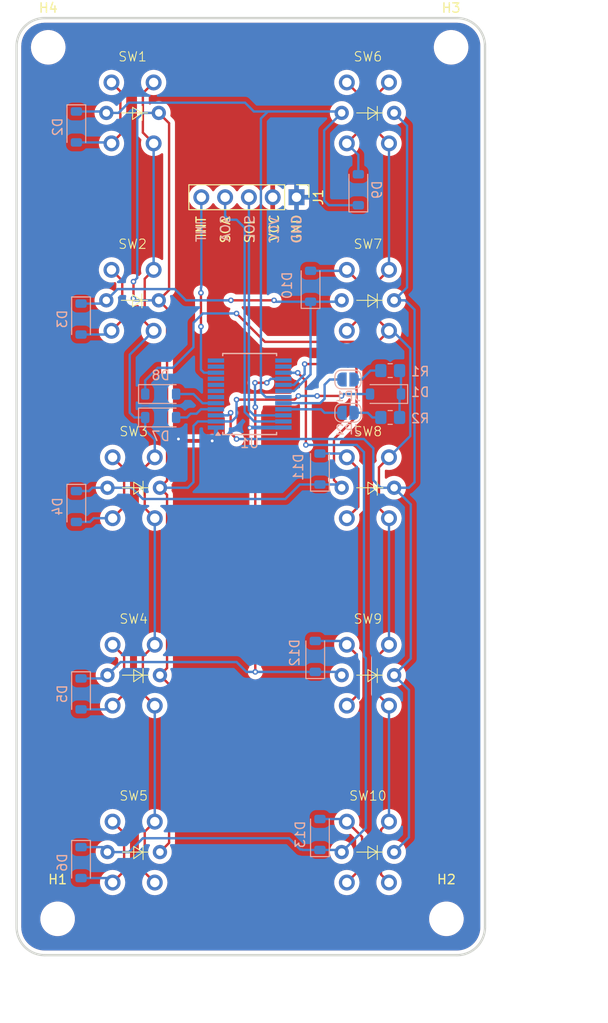
<source format=kicad_pcb>
(kicad_pcb (version 20240108) (generator "pcbnew") (generator_version "8.0")
  (layers (0 "F.Cu" signal) (31 "B.Cu" signal) (34 "B.Paste" user) (35 "F.Paste" user) (36 "B.SilkS" user "B.Silkscreen") (37 "F.SilkS" user "F.Silkscreen") (38 "B.Mask" user) (39 "F.Mask" user) (44 "Edge.Cuts" user))
  (net 0 "")
  (net 1 "GND")
  (net 2 "/COM-0")
  (net 3 "Net-(D1-K)")
  (net 4 "Net-(D2-A)")
  (net 5 "/R2")
  (net 6 "/R3")
  (net 7 "Net-(D3-A)")
  (net 8 "/R4")
  (net 9 "Net-(D4-A)")
  (net 10 "Net-(D5-A)")
  (net 11 "/R5")
  (net 12 "Net-(D6-A)")
  (net 13 "/R6")
  (net 14 "/KS-1")
  (net 15 "/COM-2")
  (net 16 "/COM-3")
  (net 17 "/KS-2")
  (net 18 "Net-(D9-A)")
  (net 19 "Net-(D10-A)")
  (net 20 "Net-(D11-A)")
  (net 21 "Net-(D12-A)")
  (net 22 "Net-(D13-A)")
  (net 23 "/SCA")
  (net 24 "/INT")
  (net 25 "VCC")
  (net 26 "/SCL")
  (net 27 "/R1")
  (net 28 "Net-(JP1-B)")
  (net 29 "/R0")
  (net 30 "Net-(JP2-B)")
  (net 31 "/COM-1")
  (footprint "led-sw:led switch" (layer "F.Cu") (at 107.6213 105)
    (property "Reference" "SW9" (at 0 -6 0) (layer "F.SilkS") (effects (font (thickness 0.1))))
    (property "Value" "DECK-SW9")
    (pad "1" thru_hole circle (at 2.25 -3.25) (size 1.7 1.7) (drill 1) (layers "*.Cu" "*.Mask") (net 17 "/KS-2"))
    (pad "1" thru_hole circle (at 2.25 3.25) (size 1.7 1.7) (drill 1) (layers "*.Cu" "*.Mask") (net 17 "/KS-2"))
    (pad "2" thru_hole circle (at -2.25 -3.25) (size 1.7 1.7) (drill 1) (layers "*.Cu" "*.Mask") (net 21 "Net-(D12-A)"))
    (pad "2" thru_hole circle (at -2.25 3.25) (size 1.7 1.7) (drill 1) (layers "*.Cu" "*.Mask") (net 21 "Net-(D12-A)"))
    (pad "3" thru_hole circle (at 2.8 0) (size 1.524 1.524) (drill 0.8) (layers "*.Cu" "*.Mask") (net 31 "/COM-1"))
    (pad "4" thru_hole circle (at -2.8 0) (size 1.524 1.524) (drill 0.8) (layers "*.Cu" "*.Mask") (net 11 "/R5"))
  )
  (footprint "led-sw:led switch" (layer "F.Cu") (at 82.6213 123.8787)
    (property "Reference" "SW5" (at 0 -6 0) (layer "F.SilkS") (effects (font (thickness 0.1))))
    (property "Value" "DECK-SW5")
    (pad "1" thru_hole circle (at 2.25 -3.25) (size 1.7 1.7) (drill 1) (layers "*.Cu" "*.Mask") (net 14 "/KS-1"))
    (pad "1" thru_hole circle (at 2.25 3.25) (size 1.7 1.7) (drill 1) (layers "*.Cu" "*.Mask") (net 14 "/KS-1"))
    (pad "2" thru_hole circle (at -2.25 -3.25) (size 1.7 1.7) (drill 1) (layers "*.Cu" "*.Mask") (net 12 "Net-(D6-A)"))
    (pad "2" thru_hole circle (at -2.25 3.25) (size 1.7 1.7) (drill 1) (layers "*.Cu" "*.Mask") (net 12 "Net-(D6-A)"))
    (pad "3" thru_hole circle (at 2.8 0) (size 1.524 1.524) (drill 0.8) (layers "*.Cu" "*.Mask") (net 2 "/COM-0"))
    (pad "4" thru_hole circle (at -2.8 0) (size 1.524 1.524) (drill 0.8) (layers "*.Cu" "*.Mask") (net 13 "/R6"))
  )
  (footprint "Connector_PinHeader_2.54mm:PinHeader_1x05_P2.54mm_Vertical" (layer "F.Cu") (at 100 54 -90)
    (property "Reference" "J1" (at 0 -2.33 90) (layer "F.SilkS"))
    (property "Value" "Conn_01x05")
    (pad "1" thru_hole rect (at 0 0 270) (size 1.7 1.7) (drill 1) (layers "*.Cu" "*.Mask") (net 1 "GND"))
    (pad "2" thru_hole oval (at 0 2.54 270) (size 1.7 1.7) (drill 1) (layers "*.Cu" "*.Mask") (net 25 "VCC"))
    (pad "3" thru_hole oval (at 0 5.08 270) (size 1.7 1.7) (drill 1) (layers "*.Cu" "*.Mask") (net 26 "/SCL"))
    (pad "4" thru_hole oval (at 0 7.62 270) (size 1.7 1.7) (drill 1) (layers "*.Cu" "*.Mask") (net 23 "/SCA"))
    (pad "5" thru_hole oval (at 0 10.16 270) (size 1.7 1.7) (drill 1) (layers "*.Cu" "*.Mask") (net 24 "/INT"))
  )
  (footprint "led-sw:led switch" (layer "F.Cu") (at 107.6213 85)
    (property "Reference" "SW8" (at 0 -6 0) (layer "F.SilkS") (effects (font (thickness 0.1))))
    (property "Value" "DECK-SW8")
    (pad "1" thru_hole circle (at 2.25 -3.25) (size 1.7 1.7) (drill 1) (layers "*.Cu" "*.Mask") (net 17 "/KS-2"))
    (pad "1" thru_hole circle (at 2.25 3.25) (size 1.7 1.7) (drill 1) (layers "*.Cu" "*.Mask") (net 17 "/KS-2"))
    (pad "2" thru_hole circle (at -2.25 -3.25) (size 1.7 1.7) (drill 1) (layers "*.Cu" "*.Mask") (net 20 "Net-(D11-A)"))
    (pad "2" thru_hole circle (at -2.25 3.25) (size 1.7 1.7) (drill 1) (layers "*.Cu" "*.Mask") (net 20 "Net-(D11-A)"))
    (pad "3" thru_hole circle (at 2.8 0) (size 1.524 1.524) (drill 0.8) (layers "*.Cu" "*.Mask") (net 31 "/COM-1"))
    (pad "4" thru_hole circle (at -2.8 0) (size 1.524 1.524) (drill 0.8) (layers "*.Cu" "*.Mask") (net 8 "/R4"))
  )
  (footprint "led-sw:led switch" (layer "F.Cu") (at 82.6213 105)
    (property "Reference" "SW4" (at 0 -6 0) (layer "F.SilkS") (effects (font (thickness 0.1))))
    (property "Value" "DECK-SW4")
    (pad "1" thru_hole circle (at 2.25 -3.25) (size 1.7 1.7) (drill 1) (layers "*.Cu" "*.Mask") (net 14 "/KS-1"))
    (pad "1" thru_hole circle (at 2.25 3.25) (size 1.7 1.7) (drill 1) (layers "*.Cu" "*.Mask") (net 14 "/KS-1"))
    (pad "2" thru_hole circle (at -2.25 -3.25) (size 1.7 1.7) (drill 1) (layers "*.Cu" "*.Mask") (net 10 "Net-(D5-A)"))
    (pad "2" thru_hole circle (at -2.25 3.25) (size 1.7 1.7) (drill 1) (layers "*.Cu" "*.Mask") (net 10 "Net-(D5-A)"))
    (pad "3" thru_hole circle (at 2.8 0) (size 1.524 1.524) (drill 0.8) (layers "*.Cu" "*.Mask") (net 2 "/COM-0"))
    (pad "4" thru_hole circle (at -2.8 0) (size 1.524 1.524) (drill 0.8) (layers "*.Cu" "*.Mask") (net 11 "/R5"))
  )
  (footprint "led-sw:led switch" (layer "F.Cu") (at 107.6213 65)
    (property "Reference" "SW7" (at 0 -6 0) (layer "F.SilkS") (effects (font (thickness 0.1))))
    (property "Value" "DECK-SW7")
    (pad "1" thru_hole circle (at 2.25 -3.25) (size 1.7 1.7) (drill 1) (layers "*.Cu" "*.Mask") (net 17 "/KS-2"))
    (pad "1" thru_hole circle (at 2.25 3.25) (size 1.7 1.7) (drill 1) (layers "*.Cu" "*.Mask") (net 17 "/KS-2"))
    (pad "2" thru_hole circle (at -2.25 -3.25) (size 1.7 1.7) (drill 1) (layers "*.Cu" "*.Mask") (net 19 "Net-(D10-A)"))
    (pad "2" thru_hole circle (at -2.25 3.25) (size 1.7 1.7) (drill 1) (layers "*.Cu" "*.Mask") (net 19 "Net-(D10-A)"))
    (pad "3" thru_hole circle (at 2.8 0) (size 1.524 1.524) (drill 0.8) (layers "*.Cu" "*.Mask") (net 31 "/COM-1"))
    (pad "4" thru_hole circle (at -2.8 0) (size 1.524 1.524) (drill 0.8) (layers "*.Cu" "*.Mask") (net 6 "/R3"))
  )
  (footprint "MountingHole:MountingHole_3.2mm_M3" (layer "F.Cu") (at 74.5 131)
    (property "Reference" "H1" (at 0 -4.2 0) (layer "F.SilkS"))
    (property "Value" "MountingHole")
    (pad "" np_thru_hole circle (at 0 0) (size 3.2 3.2) (drill 3.2) (layers "*.Cu" "*.Mask"))
  )
  (footprint "led-sw:led switch" (layer "F.Cu") (at 82.6213 85)
    (property "Reference" "SW3" (at 0 -6 0) (layer "F.SilkS") (effects (font (thickness 0.1))))
    (property "Value" "DECK-SW3")
    (pad "1" thru_hole circle (at 2.25 -3.25) (size 1.7 1.7) (drill 1) (layers "*.Cu" "*.Mask") (net 14 "/KS-1"))
    (pad "1" thru_hole circle (at 2.25 3.25) (size 1.7 1.7) (drill 1) (layers "*.Cu" "*.Mask") (net 14 "/KS-1"))
    (pad "2" thru_hole circle (at -2.25 -3.25) (size 1.7 1.7) (drill 1) (layers "*.Cu" "*.Mask") (net 9 "Net-(D4-A)"))
    (pad "2" thru_hole circle (at -2.25 3.25) (size 1.7 1.7) (drill 1) (layers "*.Cu" "*.Mask") (net 9 "Net-(D4-A)"))
    (pad "3" thru_hole circle (at 2.8 0) (size 1.524 1.524) (drill 0.8) (layers "*.Cu" "*.Mask") (net 2 "/COM-0"))
    (pad "4" thru_hole circle (at -2.8 0) (size 1.524 1.524) (drill 0.8) (layers "*.Cu" "*.Mask") (net 8 "/R4"))
  )
  (footprint "led-sw:led switch" (layer "F.Cu") (at 107.6213 123.8787)
    (property "Reference" "SW10" (at 0 -6 0) (layer "F.SilkS") (effects (font (thickness 0.1))))
    (property "Value" "DECK-SW10")
    (pad "1" thru_hole circle (at 2.25 -3.25) (size 1.7 1.7) (drill 1) (layers "*.Cu" "*.Mask") (net 17 "/KS-2"))
    (pad "1" thru_hole circle (at 2.25 3.25) (size 1.7 1.7) (drill 1) (layers "*.Cu" "*.Mask") (net 17 "/KS-2"))
    (pad "2" thru_hole circle (at -2.25 -3.25) (size 1.7 1.7) (drill 1) (layers "*.Cu" "*.Mask") (net 22 "Net-(D13-A)"))
    (pad "2" thru_hole circle (at -2.25 3.25) (size 1.7 1.7) (drill 1) (layers "*.Cu" "*.Mask") (net 22 "Net-(D13-A)"))
    (pad "3" thru_hole circle (at 2.8 0) (size 1.524 1.524) (drill 0.8) (layers "*.Cu" "*.Mask") (net 31 "/COM-1"))
    (pad "4" thru_hole circle (at -2.8 0) (size 1.524 1.524) (drill 0.8) (layers "*.Cu" "*.Mask") (net 13 "/R6"))
  )
  (footprint "led-sw:led switch" (layer "F.Cu") (at 82.5 45)
    (property "Reference" "SW1" (at 0 -6 0) (layer "F.SilkS") (effects (font (thickness 0.1))))
    (property "Value" "DECK-SW1")
    (pad "1" thru_hole circle (at 2.25 -3.25) (size 1.7 1.7) (drill 1) (layers "*.Cu" "*.Mask") (net 14 "/KS-1"))
    (pad "1" thru_hole circle (at 2.25 3.25) (size 1.7 1.7) (drill 1) (layers "*.Cu" "*.Mask") (net 14 "/KS-1"))
    (pad "2" thru_hole circle (at -2.25 -3.25) (size 1.7 1.7) (drill 1) (layers "*.Cu" "*.Mask") (net 4 "Net-(D2-A)"))
    (pad "2" thru_hole circle (at -2.25 3.25) (size 1.7 1.7) (drill 1) (layers "*.Cu" "*.Mask") (net 4 "Net-(D2-A)"))
    (pad "3" thru_hole circle (at 2.8 0) (size 1.524 1.524) (drill 0.8) (layers "*.Cu" "*.Mask") (net 2 "/COM-0"))
    (pad "4" thru_hole circle (at -2.8 0) (size 1.524 1.524) (drill 0.8) (layers "*.Cu" "*.Mask") (net 5 "/R2"))
  )
  (footprint "MountingHole:MountingHole_3.2mm_M3" (layer "F.Cu") (at 73.5 38)
    (property "Reference" "H4" (at 0 -4.2 0) (layer "F.SilkS"))
    (property "Value" "MountingHole")
    (pad "" np_thru_hole circle (at 0 0) (size 3.2 3.2) (drill 3.2) (layers "*.Cu" "*.Mask"))
  )
  (footprint "led-sw:led switch" (layer "F.Cu") (at 82.5 65)
    (property "Reference" "SW2" (at 0 -6 0) (layer "F.SilkS") (effects (font (thickness 0.1))))
    (property "Value" "DECK-SW2")
    (pad "1" thru_hole circle (at 2.25 -3.25) (size 1.7 1.7) (drill 1) (layers "*.Cu" "*.Mask") (net 14 "/KS-1"))
    (pad "1" thru_hole circle (at 2.25 3.25) (size 1.7 1.7) (drill 1) (layers "*.Cu" "*.Mask") (net 14 "/KS-1"))
    (pad "2" thru_hole circle (at -2.25 -3.25) (size 1.7 1.7) (drill 1) (layers "*.Cu" "*.Mask") (net 7 "Net-(D3-A)"))
    (pad "2" thru_hole circle (at -2.25 3.25) (size 1.7 1.7) (drill 1) (layers "*.Cu" "*.Mask") (net 7 "Net-(D3-A)"))
    (pad "3" thru_hole circle (at 2.8 0) (size 1.524 1.524) (drill 0.8) (layers "*.Cu" "*.Mask") (net 2 "/COM-0"))
    (pad "4" thru_hole circle (at -2.8 0) (size 1.524 1.524) (drill 0.8) (layers "*.Cu" "*.Mask") (net 6 "/R3"))
  )
  (footprint "MountingHole:MountingHole_3.2mm_M3" (layer "F.Cu") (at 116.5 38)
    (property "Reference" "H3" (at 0 -4.2 0) (layer "F.SilkS"))
    (property "Value" "MountingHole")
    (pad "" np_thru_hole circle (at 0 0) (size 3.2 3.2) (drill 3.2) (layers "*.Cu" "*.Mask"))
  )
  (footprint "led-sw:led switch" (layer "F.Cu") (at 107.6213 45)
    (property "Reference" "SW6" (at 0 -6 0) (layer "F.SilkS") (effects (font (thickness 0.1))))
    (property "Value" "DECK-SW6")
    (pad "1" thru_hole circle (at 2.25 -3.25) (size 1.7 1.7) (drill 1) (layers "*.Cu" "*.Mask") (net 17 "/KS-2"))
    (pad "1" thru_hole circle (at 2.25 3.25) (size 1.7 1.7) (drill 1) (layers "*.Cu" "*.Mask") (net 17 "/KS-2"))
    (pad "2" thru_hole circle (at -2.25 -3.25) (size 1.7 1.7) (drill 1) (layers "*.Cu" "*.Mask") (net 18 "Net-(D9-A)"))
    (pad "2" thru_hole circle (at -2.25 3.25) (size 1.7 1.7) (drill 1) (layers "*.Cu" "*.Mask") (net 18 "Net-(D9-A)"))
    (pad "3" thru_hole circle (at 2.8 0) (size 1.524 1.524) (drill 0.8) (layers "*.Cu" "*.Mask") (net 31 "/COM-1"))
    (pad "4" thru_hole circle (at -2.8 0) (size 1.524 1.524) (drill 0.8) (layers "*.Cu" "*.Mask") (net 5 "/R2"))
  )
  (footprint "MountingHole:MountingHole_3.2mm_M3" (layer "F.Cu") (at 116 131)
    (property "Reference" "H2" (at 0 -4.2 0) (layer "F.SilkS"))
    (property "Value" "MountingHole")
    (pad "" np_thru_hole circle (at 0 0) (size 3.2 3.2) (drill 3.2) (layers "*.Cu" "*.Mask"))
  )
  (footprint "Diode_SMD:D_SOD-123" (layer "B.Cu") (at 76.5 46.5 -90)
    (property "Reference" "D2" (at 0 2 90) (layer "B.SilkS") (effects (justify mirror)))
    (property "Value" "1N4148")
    (pad "1" smd roundrect (at -1.65 0 270) (size 0.9 1.2) (layers "B.Cu" "B.Paste" "B.Mask") (net 5 "/R2"))
    (pad "2" smd roundrect (at 1.65 0 270) (size 0.9 1.2) (layers "B.Cu" "B.Paste" "B.Mask") (net 4 "Net-(D2-A)"))
  )
  (footprint "Diode_SMD:D_SOD-123" (layer "B.Cu") (at 102.5 83 90)
    (property "Reference" "D11" (at 0.2 -2.3 90) (layer "B.SilkS") (effects (justify mirror)))
    (property "Value" "1N4148")
    (pad "1" smd roundrect (at -1.65 0 90) (size 0.9 1.2) (layers "B.Cu" "B.Paste" "B.Mask") (net 8 "/R4"))
    (pad "2" smd roundrect (at 1.65 0 90) (size 0.9 1.2) (layers "B.Cu" "B.Paste" "B.Mask") (net 20 "Net-(D11-A)"))
  )
  (footprint "Resistor_SMD:R_0805_2012Metric_Pad1.20x1.40mm_HandSolder" (layer "B.Cu") (at 110 72.5)
    (property "Reference" "R1" (at 3.2 0.1 0) (layer "B.SilkS") (effects (justify mirror)))
    (property "Value" "47K")
    (pad "1" smd roundrect (at -1 0) (size 1.2 1.4) (layers "B.Cu" "B.Paste" "B.Mask") (roundrect_rratio 0.208333) (net 28 "Net-(JP1-B)"))
    (pad "2" smd roundrect (at 1 0) (size 1.2 1.4) (layers "B.Cu" "B.Paste" "B.Mask") (roundrect_rratio 0.208333) (net 3 "Net-(D1-K)"))
  )
  (footprint "Diode_SMD:D_SOD-123" (layer "B.Cu") (at 102 103 90)
    (property "Reference" "D12" (at 0.4 -2.2 90) (layer "B.SilkS") (effects (justify mirror)))
    (property "Value" "1N4148")
    (pad "1" smd roundrect (at -1.65 0 90) (size 0.9 1.2) (layers "B.Cu" "B.Paste" "B.Mask") (net 11 "/R5"))
    (pad "2" smd roundrect (at 1.65 0 90) (size 0.9 1.2) (layers "B.Cu" "B.Paste" "B.Mask") (net 21 "Net-(D12-A)"))
  )
  (footprint "Diode_SMD:D_SOD-123" (layer "B.Cu") (at 77 125 -90)
    (property "Reference" "D6" (at 0 2 90) (layer "B.SilkS") (effects (justify mirror)))
    (property "Value" "1N4148")
    (pad "1" smd roundrect (at -1.65 0 270) (size 0.9 1.2) (layers "B.Cu" "B.Paste" "B.Mask") (net 13 "/R6"))
    (pad "2" smd roundrect (at 1.65 0 270) (size 0.9 1.2) (layers "B.Cu" "B.Paste" "B.Mask") (net 12 "Net-(D6-A)"))
  )
  (footprint "Diode_SMD:D_SOD-123" (layer "B.Cu") (at 102.5 122 90)
    (property "Reference" "D13" (at 0 -2.1 90) (layer "B.SilkS") (effects (justify mirror)))
    (property "Value" "1N4148")
    (pad "1" smd roundrect (at -1.65 0 90) (size 0.9 1.2) (layers "B.Cu" "B.Paste" "B.Mask") (net 13 "/R6"))
    (pad "2" smd roundrect (at 1.65 0 90) (size 0.9 1.2) (layers "B.Cu" "B.Paste" "B.Mask") (net 22 "Net-(D13-A)"))
  )
  (footprint "Jumper:SolderJumper-2_P1.3mm_Open_RoundedPad1.0x1.5mm" (layer "B.Cu") (at 105.5 77)
    (property "Reference" "JP2" (at 0 1.8 0) (layer "B.SilkS") (effects (justify mirror)))
    (property "Value" "A1")
    (pad "1" smd custom (at -0.65 0) (size 1 0.5) (layers "B.Cu" "B.Mask") (net 29 "/R0") (options (clearance outline) (anchor rect)) (primitives (gr_circle (center 0 -0.25) (end 0.5 -0.25) (width 0) (fill yes)) (gr_circle (center 0 0.25) (end 0.5 0.25) (width 0) (fill yes)) (gr_poly (pts (xy 0.5 -0.75) (xy 0 -0.75) (xy 0 0.75) (xy 0.5 0.75)) (width 0) (fill yes))))
    (pad "2" smd custom (at 0.65 0) (size 1 0.5) (layers "B.Cu" "B.Mask") (net 30 "Net-(JP2-B)") (options (clearance outline) (anchor rect)) (primitives (gr_circle (center 0 -0.25) (end 0.5 -0.25) (width 0) (fill yes)) (gr_circle (center 0 0.25) (end 0.5 0.25) (width 0) (fill yes)) (gr_poly (pts (xy 0 -0.75) (xy -0.5 -0.75) (xy -0.5 0.75) (xy 0 0.75)) (width 0) (fill yes))))
  )
  (footprint "Diode_SMD:D_SOD-123" (layer "B.Cu") (at 85.5 75)
    (property "Reference" "D8" (at 0 -2 0) (layer "B.SilkS") (effects (justify mirror)))
    (property "Value" "1N4148")
    (pad "1" smd roundrect (at -1.65 0) (size 0.9 1.2) (layers "B.Cu" "B.Paste" "B.Mask") (net 17 "/KS-2"))
    (pad "2" smd roundrect (at 1.65 0) (size 0.9 1.2) (layers "B.Cu" "B.Paste" "B.Mask") (net 16 "/COM-3"))
  )
  (footprint "Diode_SMD:D_SOD-123" (layer "B.Cu") (at 77 67 -90)
    (property "Reference" "D3" (at 0 2 90) (layer "B.SilkS") (effects (justify mirror)))
    (property "Value" "1N4148")
    (pad "1" smd roundrect (at -1.65 0 270) (size 0.9 1.2) (layers "B.Cu" "B.Paste" "B.Mask") (net 6 "/R3"))
    (pad "2" smd roundrect (at 1.65 0 270) (size 0.9 1.2) (layers "B.Cu" "B.Paste" "B.Mask") (net 7 "Net-(D3-A)"))
  )
  (footprint "Package_SO:SSOP-24_5.3x8.2mm_P0.65mm" (layer "B.Cu") (at 95 75)
    (property "Reference" "U1" (at 0 5.25 180) (layer "B.SilkS") (effects (justify mirror)))
    (property "Value" "HT16K33 24SOP")
    (pad "1" smd rect (at -3.6 3.575) (size 1.75 0.45) (layers "B.Cu" "B.Paste" "B.Mask") (net 1 "GND"))
    (pad "2" smd rect (at -3.6 2.925) (size 1.75 0.45) (layers "B.Cu" "B.Paste" "B.Mask") (net 2 "/COM-0"))
    (pad "3" smd rect (at -3.6 2.275) (size 1.75 0.45) (layers "B.Cu" "B.Paste" "B.Mask") (net 31 "/COM-1"))
    (pad "4" smd rect (at -3.6 1.625) (size 1.75 0.45) (layers "B.Cu" "B.Paste" "B.Mask") (net 15 "/COM-2"))
    (pad "5" smd rect (at -3.6 0.975) (size 1.75 0.45) (layers "B.Cu" "B.Paste" "B.Mask") (net 16 "/COM-3"))
    (pad "6" smd rect (at -3.6 0.325) (size 1.75 0.45) (layers "B.Cu" "B.Paste" "B.Mask"))
    (pad "7" smd rect (at -3.6 -0.325) (size 1.75 0.45) (layers "B.Cu" "B.Paste" "B.Mask"))
    (pad "8" smd rect (at -3.6 -0.975) (size 1.75 0.45) (layers "B.Cu" "B.Paste" "B.Mask"))
    (pad "9" smd rect (at -3.6 -1.625) (size 1.75 0.45) (layers "B.Cu" "B.Paste" "B.Mask"))
    (pad "10" smd rect (at -3.6 -2.275) (size 1.75 0.45) (layers "B.Cu" "B.Paste" "B.Mask") (net 24 "/INT"))
    (pad "11" smd rect (at -3.6 -2.925) (size 1.75 0.45) (layers "B.Cu" "B.Paste" "B.Mask"))
    (pad "12" smd rect (at -3.6 -3.575) (size 1.75 0.45) (layers "B.Cu" "B.Paste" "B.Mask"))
    (pad "13" smd rect (at 3.6 -3.575) (size 1.75 0.45) (layers "B.Cu" "B.Paste" "B.Mask"))
    (pad "14" smd rect (at 3.6 -2.925) (size 1.75 0.45) (layers "B.Cu" "B.Paste" "B.Mask"))
    (pad "15" smd rect (at 3.6 -2.275) (size 1.75 0.45) (layers "B.Cu" "B.Paste" "B.Mask") (net 13 "/R6"))
    (pad "16" smd rect (at 3.6 -1.625) (size 1.75 0.45) (layers "B.Cu" "B.Paste" "B.Mask") (net 11 "/R5"))
    (pad "17" smd rect (at 3.6 -0.975) (size 1.75 0.45) (layers "B.Cu" "B.Paste" "B.Mask") (net 8 "/R4"))
    (pad "18" smd rect (at 3.6 -0.325) (size 1.75 0.45) (layers "B.Cu" "B.Paste" "B.Mask") (net 6 "/R3"))
    (pad "19" smd rect (at 3.6 0.325) (size 1.75 0.45) (layers "B.Cu" "B.Paste" "B.Mask") (net 5 "/R2"))
    (pad "20" smd rect (at 3.6 0.975) (size 1.75 0.45) (layers "B.Cu" "B.Paste" "B.Mask") (net 27 "/R1"))
    (pad "21" smd rect (at 3.6 1.625) (size 1.75 0.45) (layers "B.Cu" "B.Paste" "B.Mask") (net 29 "/R0"))
    (pad "22" smd rect (at 3.6 2.275) (size 1.75 0.45) (layers "B.Cu" "B.Paste" "B.Mask") (net 26 "/SCL"))
    (pad "23" smd rect (at 3.6 2.925) (size 1.75 0.45) (layers "B.Cu" "B.Paste" "B.Mask") (net 23 "/SCA"))
    (pad "24" smd rect (at 3.6 3.575) (size 1.75 0.45) (layers "B.Cu" "B.Paste" "B.Mask") (net 25 "VCC"))
  )
  (footprint "Diode_SMD:D_SOD-123" (layer "B.Cu") (at 76.5 87 -90)
    (property "Reference" "D4" (at 0 2 90) (layer "B.SilkS") (effects (justify mirror)))
    (property "Value" "1N4148")
    (pad "1" smd roundrect (at -1.65 0 270) (size 0.9 1.2) (layers "B.Cu" "B.Paste" "B.Mask") (net 8 "/R4"))
    (pad "2" smd roundrect (at 1.65 0 270) (size 0.9 1.2) (layers "B.Cu" "B.Paste" "B.Mask") (net 9 "Net-(D4-A)"))
  )
  (footprint "Diode_SMD:D_SOD-123" (layer "B.Cu") (at 109.5 75 180)
    (property "Reference" "D1" (at -3.7 0.2 0) (layer "B.SilkS") (effects (justify mirror)))
    (property "Value" "1N4148")
    (pad "1" smd roundrect (at -1.65 0 180) (size 0.9 1.2) (layers "B.Cu" "B.Paste" "B.Mask") (net 3 "Net-(D1-K)"))
    (pad "2" smd roundrect (at 1.65 0 180) (size 0.9 1.2) (layers "B.Cu" "B.Paste" "B.Mask") (net 2 "/COM-0"))
  )
  (footprint "Jumper:SolderJumper-2_P1.3mm_Open_RoundedPad1.0x1.5mm" (layer "B.Cu") (at 105.5 73.45)
    (property "Reference" "JP1" (at 0 1.8 0) (layer "B.SilkS") (effects (justify mirror)))
    (property "Value" "A0")
    (pad "1" smd custom (at -0.65 0) (size 1 0.5) (layers "B.Cu" "B.Mask") (net 27 "/R1") (options (clearance outline) (anchor rect)) (primitives (gr_circle (center 0 -0.25) (end 0.5 -0.25) (width 0) (fill yes)) (gr_circle (center 0 0.25) (end 0.5 0.25) (width 0) (fill yes)) (gr_poly (pts (xy 0.5 -0.75) (xy 0 -0.75) (xy 0 0.75) (xy 0.5 0.75)) (width 0) (fill yes))))
    (pad "2" smd custom (at 0.65 0) (size 1 0.5) (layers "B.Cu" "B.Mask") (net 28 "Net-(JP1-B)") (options (clearance outline) (anchor rect)) (primitives (gr_circle (center 0 -0.25) (end 0.5 -0.25) (width 0) (fill yes)) (gr_circle (center 0 0.25) (end 0.5 0.25) (width 0) (fill yes)) (gr_poly (pts (xy 0 -0.75) (xy -0.5 -0.75) (xy -0.5 0.75) (xy 0 0.75)) (width 0) (fill yes))))
  )
  (footprint "Diode_SMD:D_SOD-123" (layer "B.Cu") (at 77 107 -90)
    (property "Reference" "D5" (at 0 2 90) (layer "B.SilkS") (effects (justify mirror)))
    (property "Value" "1N4148")
    (pad "1" smd roundrect (at -1.65 0 270) (size 0.9 1.2) (layers "B.Cu" "B.Paste" "B.Mask") (net 11 "/R5"))
    (pad "2" smd roundrect (at 1.65 0 270) (size 0.9 1.2) (layers "B.Cu" "B.Paste" "B.Mask") (net 10 "Net-(D5-A)"))
  )
  (footprint "Diode_SMD:D_SOD-123" (layer "B.Cu") (at 106.6 53.2 90)
    (property "Reference" "D9" (at 0 2 90) (layer "B.SilkS") (effects (justify mirror)))
    (property "Value" "1N4148")
    (pad "1" smd roundrect (at -1.65 0 90) (size 0.9 1.2) (layers "B.Cu" "B.Paste" "B.Mask") (net 5 "/R2"))
    (pad "2" smd roundrect (at 1.65 0 90) (size 0.9 1.2) (layers "B.Cu" "B.Paste" "B.Mask") (net 18 "Net-(D9-A)"))
  )
  (footprint "Resistor_SMD:R_0805_2012Metric_Pad1.20x1.40mm_HandSolder" (layer "B.Cu") (at 110 77.5)
    (property "Reference" "R2" (at 3.2 0.1 0) (layer "B.SilkS") (effects (justify mirror)))
    (property "Value" "47K")
    (pad "1" smd roundrect (at -1 0) (size 1.2 1.4) (layers "B.Cu" "B.Paste" "B.Mask") (roundrect_rratio 0.208333) (net 30 "Net-(JP2-B)"))
    (pad "2" smd roundrect (at 1 0) (size 1.2 1.4) (layers "B.Cu" "B.Paste" "B.Mask") (roundrect_rratio 0.208333) (net 3 "Net-(D1-K)"))
  )
  (footprint "Diode_SMD:D_SOD-123" (layer "B.Cu") (at 101.5 63.5 90)
    (property "Reference" "D10" (at 0.1 -2.5 90) (layer "B.SilkS") (effects (justify mirror)))
    (property "Value" "1N4148")
    (pad "1" smd roundrect (at -1.65 0 90) (size 0.9 1.2) (layers "B.Cu" "B.Paste" "B.Mask") (net 6 "/R3"))
    (pad "2" smd roundrect (at 1.65 0 90) (size 0.9 1.2) (layers "B.Cu" "B.Paste" "B.Mask") (net 19 "Net-(D10-A)"))
  )
  (footprint "Diode_SMD:D_SOD-123" (layer "B.Cu") (at 85.5 77.5)
    (property "Reference" "D7" (at 0 2 0) (layer "B.SilkS") (effects (justify mirror)))
    (property "Value" "1N4148")
    (pad "1" smd roundrect (at -1.65 0) (size 0.9 1.2) (layers "B.Cu" "B.Paste" "B.Mask") (net 14 "/KS-1"))
    (pad "2" smd roundrect (at 1.65 0) (size 0.9 1.2) (layers "B.Cu" "B.Paste" "B.Mask") (net 15 "/COM-2"))
  )
  (gr_arc (start 117.12132 34.87868) (mid 119.24264 35.75736) (end 120.12132 37.87868) (stroke (width 0.25)) (layer "Edge.Cuts"))
  (gr_line (start 70.12132 37.87868) (end 70.12132 131.87868) (stroke (width 0.25)) (layer "Edge.Cuts"))
  (gr_line (start 117.12132 34.87868) (end 73.12132 34.87868) (stroke (width 0.25)) (layer "Edge.Cuts"))
  (gr_line (start 73.12132 134.87868) (end 117.12132 134.87868) (stroke (width 0.25)) (layer "Edge.Cuts"))
  (gr_arc (start 73.12132 134.87868) (mid 71 134) (end 70.12132 131.87868) (stroke (width 0.25)) (layer "Edge.Cuts"))
  (gr_arc (start 120.12132 131.87868) (mid 119.24264 134) (end 117.12132 134.87868) (stroke (width 0.25)) (layer "Edge.Cuts"))
  (gr_line (start 120.12132 131.87868) (end 120.12132 37.87868) (stroke (width 0.25)) (layer "Edge.Cuts"))
  (gr_arc (start 70.12132 37.87868) (mid 71 35.75736) (end 73.12132 34.87868) (stroke (width 0.25)) (layer "Edge.Cuts"))
  (gr_text "SCA" (at 93.0035 55.8 90) (layer "B.SilkS") (effects (font (size 1 1)) (justify left bottom mirror)))
  (gr_text "GND" (at 100.6035 55.8 90) (layer "B.SilkS") (effects (font (size 1 1)) (justify left bottom mirror)))
  (gr_text "SCL" (at 95.6035 55.8 90) (layer "B.SilkS") (effects (font (size 1 1)) (justify left bottom mirror)))
  (gr_text "INT" (at 90.4035 56.4 90) (layer "B.SilkS") (effects (font (size 1 1)) (justify left bottom mirror)))
  (gr_text "VCC" (at 98.2035 56 90) (layer "B.SilkS") (effects (font (size 1 1)) (justify left bottom mirror)))
  (gr_text "SCA" (at 93 59 90) (layer "F.SilkS") (effects (font (size 1 1)) (justify left bottom)))
  (gr_text "VCC" (at 98.2 58.8 90) (layer "F.SilkS") (effects (font (size 1 1)) (justify left bottom)))
  (gr_text "GND" (at 100.6 59 90) (layer "F.SilkS") (effects (font (size 1 1)) (justify left bottom)))
  (gr_text "SCL" (at 95.6 59 90) (layer "F.SilkS") (effects (font (size 1 1)) (justify left bottom)))
  (gr_text "INT" (at 90.4 58.4 90) (layer "F.SilkS") (effects (font (size 1 1)) (justify left bottom)))
  (segment (start 91 80) (end 87.6 80) (width 0.4064) (layer "F.Cu") (net 1))
  (segment (start 87.6 80) (end 87.4 79.8) (width 0.4064) (layer "F.Cu") (net 1))
  (via (at 87.4 79.8) (size 0.5) (drill 0.3) (layers "F.Cu" "B.Cu") (net 1))
  (via (at 91 80) (size 0.5) (drill 0.3) (layers "F.Cu" "B.Cu") (net 1))
  (segment (start 91.4 78.575) (end 91.4 79.6) (width 0.4064) (layer "B.Cu") (net 1))
  (segment (start 91.4 79.6) (end 91 80) (width 0.4064) (layer "B.Cu") (net 1))
  (segment (start 86.4 105.9787) (end 86.4 122.9) (width 0.254) (layer "F.Cu") (net 2))
  (segment (start 102.2 75.2) (end 104.8 75.2) (width 0.254) (layer "F.Cu") (net 2))
  (segment (start 93.6 75.6) (end 99.8 75.6) (width 0.254) (layer "F.Cu") (net 2))
  (segment (start 86.4 63.9) (end 86.4 46.1) (width 0.254) (layer "F.Cu") (net 2))
  (segment (start 86.183299 104.238001) (end 86.183299 85.761999) (width 0.254) (layer "F.Cu") (net 2))
  (segment (start 86.4 122.9) (end 85.4213 123.8787) (width 0.254) (layer "F.Cu") (net 2))
  (segment (start 99.8 75.6) (end 100.2 75.2) (width 0.254) (layer "F.Cu") (net 2))
  (segment (start 86.4 46.1) (end 85.3 45) (width 0.254) (layer "F.Cu") (net 2))
  (segment (start 85.3 65) (end 86.4 63.9) (width 0.254) (layer "F.Cu") (net 2))
  (segment (start 85.4213 105) (end 86.4 105.9787) (width 0.254) (layer "F.Cu") (net 2))
  (segment (start 85.4213 85) (end 86.183299 84.238001) (width 0.254) (layer "F.Cu") (net 2))
  (segment (start 82.6 63) (end 82.6 64.8) (width 0.254) (layer "F.Cu") (net 2))
  (segment (start 86.183299 84.238001) (end 86.183299 65.883299) (width 0.254) (layer "F.Cu") (net 2))
  (segment (start 86.183299 85.761999) (end 85.4213 85) (width 0.254) (layer "F.Cu") (net 2))
  (segment (start 85.4213 105) (end 86.183299 104.238001) (width 0.254) (layer "F.Cu") (net 2))
  (segment (start 86.183299 65.883299) (end 85.3 65) (width 0.254) (layer "F.Cu") (net 2))
  (via (at 82.6 63) (size 0.6) (drill 0.3) (layers "F.Cu" "B.Cu") (net 2))
  (via (at 100.2 75.2) (size 0.6) (drill 0.3) (layers "F.Cu" "B.Cu") (net 2))
  (via (at 104.8 75.2) (size 0.6) (drill 0.3) (layers "F.Cu" "B.Cu") (net 2))
  (via (at 93.6 75.6) (size 0.6) (drill 0.3) (layers "F.Cu" "B.Cu") (net 2))
  (via (at 82.6 64.8) (size 0.6) (drill 0.3) (layers "F.Cu" "B.Cu") (net 2))
  (via (at 102.2 75.2) (size 0.6) (drill 0.3) (layers "F.Cu" "B.Cu") (net 2))
  (segment (start 83 62.6) (end 82.6 63) (width 0.254) (layer "B.Cu") (net 2))
  (segment (start 85.3 45) (end 83.6 45) (width 0.254) (layer "B.Cu") (net 2))
  (segment (start 93.6 77.4) (end 93.075 77.925) (width 0.254) (layer "B.Cu") (net 2))
  (segment (start 100.2 75.2) (end 102.2 75.2) (width 0.254) (layer "B.Cu") (net 2))
  (segment (start 93.075 77.925) (end 91.4 77.925) (width 0.254) (layer "B.Cu") (net 2))
  (segment (start 89 84.4) (end 88.4 85) (width 0.254) (layer "B.Cu") (net 2))
  (segment (start 89 78.4) (end 89 84.4) (width 0.254) (layer "B.Cu") (net 2))
  (segment (start 82.6 64.8) (end 82.8 65) (width 0.254) (layer "B.Cu") (net 2))
  (segment (start 91.4 77.925) (end 89.475 77.925) (width 0.254) (layer "B.Cu") (net 2))
  (segment (start 89.475 77.925) (end 89 78.4) (width 0.254) (layer "B.Cu") (net 2))
  (segment (start 83 45.6) (end 83 62.6) (width 0.254) (layer "B.Cu") (net 2))
  (segment (start 105 75) (end 104.8 75.2) (width 0.254) (layer "B.Cu") (net 2))
  (segment (start 82.8 65) (end 85.3 65) (width 0.254) (layer "B.Cu") (net 2))
  (segment (start 83.6 45) (end 83 45.6) (width 0.254) (layer "B.Cu") (net 2))
  (segment (start 93.6 75.6) (end 93.6 77.4) (width 0.254) (layer "B.Cu") (net 2))
  (segment (start 107.85 75) (end 105 75) (width 0.254) (layer "B.Cu") (net 2))
  (segment (start 88.4 85) (end 85.4213 85) (width 0.254) (layer "B.Cu") (net 2))
  (segment (start 111.15 72.65) (end 111 72.5) (width 0.254) (layer "B.Cu") (net 3))
  (segment (start 111.15 75) (end 111.15 72.65) (width 0.254) (layer "B.Cu") (net 3))
  (segment (start 111 77.5) (end 111 75.15) (width 0.254) (layer "B.Cu") (net 3))
  (segment (start 111 75.15) (end 111.15 75) (width 0.254) (layer "B.Cu") (net 3))
  (segment (start 81.2 42.7) (end 80.25 41.75) (width 0.254) (layer "F.Cu") (net 4))
  (segment (start 81.2 47.3) (end 81.2 42.7) (width 0.254) (layer "F.Cu") (net 4))
  (segment (start 80.25 48.25) (end 81.2 47.3) (width 0.254) (layer "F.Cu") (net 4))
  (segment (start 80.15 48.15) (end 80.25 48.25) (width 0.254) (layer "B.Cu") (net 4))
  (segment (start 76.5 48.15) (end 80.15 48.15) (width 0.254) (layer "B.Cu") (net 4))
  (segment (start 97.2 44.85) (end 102 44.85) (width 0.254) (layer "B.Cu") (net 5))
  (segment (start 98.6 75.325) (end 96.725 75.325) (width 0.254) (layer "B.Cu") (net 5))
  (segment (start 103.45 54.85) (end 102.95 54.35) (width 0.254) (layer "B.Cu") (net 5))
  (segment (start 96.95 44.85) (end 97.2 44.85) (width 0.254) (layer "B.Cu") (net 5))
  (segment (start 104.6713 44.85) (end 104.8213 45) (width 0.254) (layer "B.Cu") (net 5))
  (segment (start 79.55 44.85) (end 79.7 45) (width 0.254) (layer "B.Cu") (net 5))
  (segment (start 79.7 45) (end 81 45) (width 0.254) (layer "B.Cu") (net 5))
  (segment (start 81 45) (end 82.0922 43.9078) (width 0.254) (layer "B.Cu") (net 5))
  (segment (start 96.725 75.325) (end 96.2 74.8) (width 0.254) (layer "B.Cu") (net 5))
  (segment (start 96.2 74.8) (end 96.2 45.6) (width 0.254) (layer "B.Cu") (net 5))
  (segment (start 102 44.85) (end 104.6713 44.85) (width 0.254) (layer "B.Cu") (net 5))
  (segment (start 102.95 46.8713) (end 104.8213 45) (width 0.254) (layer "B.Cu") (net 5))
  (segment (start 94.5078 43.9078) (end 95.4 44.8) (width 0.254) (layer "B.Cu") (net 5))
  (segment (start 95.45 44.85) (end 95.4 44.8) (width 0.254) (layer "B.Cu") (net 5))
  (segment (start 96.2 45.6) (end 96.95 44.85) (width 0.254) (layer "B.Cu") (net 5))
  (segment (start 106.6 54.85) (end 103.45 54.85) (width 0.254) (layer "B.Cu") (net 5))
  (segment (start 76.5 44.85) (end 79.55 44.85) (width 0.254) (layer "B.Cu") (net 5))
  (segment (start 82.0922 43.9078) (end 94.5078 43.9078) (width 0.254) (layer "B.Cu") (net 5))
  (segment (start 102.95 54.35) (end 102.95 46.8713) (width 0.254) (layer "B.Cu") (net 5))
  (segment (start 97.2 44.85) (end 95.45 44.85) (width 0.254) (layer "B.Cu") (net 5))
  (segment (start 97.6 65) (end 93 65) (width 0.254) (layer "F.Cu") (net 6))
  (via (at 93 65) (size 0.6) (drill 0.3) (layers "F.Cu" "B.Cu") (net 6))
  (via (at 97.6 65) (size 0.6) (drill 0.3) (layers "F.Cu" "B.Cu") (net 6))
  (segment (start 87 63.8) (end 80.9 63.8) (width 0.254) (layer "B.Cu") (net 6))
  (segment (start 80.9 63.8) (end 79.7 65) (width 0.254) (layer "B.Cu") (net 6))
  (segment (start 104.6713 65.15) (end 104.8213 65) (width 0.254) (layer "B.Cu") (net 6))
  (segment (start 77 65.35) (end 79.35 65.35) (width 0.254) (layer "B.Cu") (net 6))
  (segment (start 101.5 65.15) (end 97.75 65.15) (width 0.254) (layer "B.Cu") (net 6))
  (segment (start 101.5 65.15) (end 101.5 72.904) (width 0.254) (layer "B.Cu") (net 6))
  (segment (start 99.729 74.675) (end 98.6 74.675) (width 0.254) (layer "B.Cu") (net 6))
  (segment (start 88.2 65) (end 87 63.8) (width 0.254) (layer "B.Cu") (net 6))
  (segment (start 79.35 65.35) (end 79.7 65) (width 0.254) (layer "B.Cu") (net 6))
  (segment (start 97.75 65.15) (end 97.6 65) (width 0.254) (layer "B.Cu") (net 6))
  (segment (start 93 65) (end 88.2 65) (width 0.254) (layer "B.Cu") (net 6))
  (segment (start 101.5 72.904) (end 99.729 74.675) (width 0.254) (layer "B.Cu") (net 6))
  (segment (start 101.5 65.15) (end 104.6713 65.15) (width 0.254) (layer "B.Cu") (net 6))
  (segment (start 80.25 61.75) (end 81.4 62.9) (width 0.254) (layer "F.Cu") (net 7))
  (segment (start 81.4 62.9) (end 81.4 67.1) (width 0.254) (layer "F.Cu") (net 7))
  (segment (start 81.4 67.1) (end 80.25 68.25) (width 0.254) (layer "F.Cu") (net 7))
  (segment (start 79.85 68.65) (end 80.25 68.25) (width 0.254) (layer "B.Cu") (net 7))
  (segment (start 77 68.65) (end 79.85 68.65) (width 0.254) (layer "B.Cu") (net 7))
  (segment (start 106.4 77.4) (end 104 79.8) (width 0.254) (layer "F.Cu") (net 8))
  (segment (start 104 84.1787) (end 104.8213 85) (width 0.254) (layer "F.Cu") (net 8))
  (segment (start 104 79.8) (end 104 84.1787) (width 0.254) (layer "F.Cu") (net 8))
  (segment (start 100.8698 71.8) (end 106 71.8) (width 0.254) (layer "F.Cu") (net 8))
  (segment (start 106 71.8) (end 106.4 72.2) (width 0.254) (layer "F.Cu") (net 8))
  (segment (start 106.4 72.2) (end 106.4 77.4) (width 0.254) (layer "F.Cu") (net 8))
  (via (at 100.8698 71.8) (size 0.6) (drill 0.3) (layers "F.Cu" "B.Cu") (net 8))
  (segment (start 100.8698 72.8842) (end 100.8698 71.8) (width 0.254) (layer "B.Cu") (net 8))
  (segment (start 99.729 74.025) (end 100.8698 72.8842) (width 0.254) (layer "B.Cu") (net 8))
  (segment (start 98.8 86.2) (end 100.35 84.65) (width 0.254) (layer "B.Cu") (net 8))
  (segment (start 78.2 85) (end 79.8213 85) (width 0.254) (layer "B.Cu") (net 8))
  (segment (start 100.35 84.65) (end 102.5 84.65) (width 0.254) (layer "B.Cu") (net 8))
  (segment (start 76.5 85.35) (end 77.85 85.35) (width 0.254) (layer "B.Cu") (net 8))
  (segment (start 82.4 85) (end 83.6 86.2) (width 0.254) (layer "B.Cu") (net 8))
  (segment (start 98.6 74.025) (end 99.729 74.025) (width 0.254) (layer "B.Cu") (net 8))
  (segment (start 104.4713 84.65) (end 104.8213 85) (width 0.254) (layer "B.Cu") (net 8))
  (segment (start 79.8213 85) (end 82.4 85) (width 0.254) (layer "B.Cu") (net 8))
  (segment (start 77.85 85.35) (end 78.2 85) (width 0.254) (layer "B.Cu") (net 8))
  (segment (start 102.5 84.65) (end 104.4713 84.65) (width 0.254) (layer "B.Cu") (net 8))
  (segment (start 83.6 86.2) (end 98.8 86.2) (width 0.254) (layer "B.Cu") (net 8))
  (segment (start 80.3713 81.75) (end 81.6 82.9787) (width 0.254) (layer "F.Cu") (net 9))
  (segment (start 81.6 87.0213) (end 80.3713 88.25) (width 0.254) (layer "F.Cu") (net 9))
  (segment (start 81.6 82.9787) (end 81.6 87.0213) (width 0.254) (layer "F.Cu") (net 9))
  (segment (start 76.5 88.65) (end 77.95 88.65) (width 0.254) (layer "B.Cu") (net 9))
  (segment (start 78.35 88.25) (end 80.3713 88.25) (width 0.254) (layer "B.Cu") (net 9))
  (segment (start 77.95 88.65) (end 78.35 88.25) (width 0.254) (layer "B.Cu") (net 9))
  (segment (start 81.6 102.9787) (end 80.3713 101.75) (width 0.254) (layer "F.Cu") (net 10))
  (segment (start 81.6 107.0213) (end 81.6 102.9787) (width 0.254) (layer "F.Cu") (net 10))
  (segment (start 80.3713 108.25) (end 81.6 107.0213) (width 0.254) (layer "F.Cu") (net 10))
  (segment (start 77 108.65) (end 79.9713 108.65) (width 0.254) (layer "B.Cu") (net 10))
  (segment (start 79.9713 108.65) (end 80.3713 108.25) (width 0.254) (layer "B.Cu") (net 10))
  (segment (start 95.6 76.4) (end 95.6 104.65) (width 0.254) (layer "F.Cu") (net 11))
  (segment (start 96.8302 73.8) (end 95.5698 73.8) (width 0.254) (layer "F.Cu") (net 11))
  (via (at 96.8302 73.8) (size 0.6) (drill 0.3) (layers "F.Cu" "B.Cu") (net 11))
  (via (at 95.6 104.65) (size 0.6) (drill 0.3) (layers "F.Cu" "B.Cu") (net 11))
  (via (at 95.5698 73.8) (size 0.6) (drill 0.3) (layers "F.Cu" "B.Cu") (net 11))
  (via (at 95.6 76.4) (size 0.6) (drill 0.3) (layers "F.Cu" "B.Cu") (net 11))
  (segment (start 97.2552 73.375) (end 96.8302 73.8) (width 0.254) (layer "B.Cu") (net 11))
  (segment (start 102 104.65) (end 104.4713 104.65) (width 0.254) (layer "B.Cu") (net 11))
  (segment (start 95.5698 73.8) (end 95.5698 76.3698) (width 0.254) (layer "B.Cu") (net 11))
  (segment (start 79.4713 105.35) (end 79.8213 105) (width 0.254) (layer "B.Cu") (net 11))
  (segment (start 98.6 73.375) (end 97.2552 73.375) (width 0.254) (layer "B.Cu") (net 11))
  (segment (start 102 104.65) (end 95.6 104.65) (width 0.254) (layer "B.Cu") (net 11))
  (segment (start 93.6 103.6) (end 81.2213 103.6) (width 0.254) (layer "B.Cu") (net 11))
  (segment (start 94.65 104.65) (end 93.6 103.6) (width 0.254) (layer "B.Cu") (net 11))
  (segment (start 95.5698 76.3698) (end 95.6 76.4) (width 0.254) (layer "B.Cu") (net 11))
  (segment (start 77 105.35) (end 79.4713 105.35) (width 0.254) (layer "B.Cu") (net 11))
  (segment (start 104.4713 104.65) (end 104.8213 105) (width 0.254) (layer "B.Cu") (net 11))
  (segment (start 95.6 104.65) (end 94.65 104.65) (width 0.254) (layer "B.Cu") (net 11))
  (segment (start 81.2213 103.6) (end 79.8213 105) (width 0.254) (layer "B.Cu") (net 11))
  (segment (start 81.6 121.8574) (end 80.3713 120.6287) (width 0.254) (layer "F.Cu") (net 12))
  (segment (start 81.6 125.9) (end 81.6 121.8574) (width 0.254) (layer "F.Cu") (net 12))
  (segment (start 80.3713 127.1287) (end 81.6 125.9) (width 0.254) (layer "F.Cu") (net 12))
  (segment (start 77 126.65) (end 79.8926 126.65) (width 0.254) (layer "B.Cu") (net 12))
  (segment (start 79.8926 126.65) (end 80.3713 127.1287) (width 0.254) (layer "B.Cu") (net 12))
  (segment (start 101 73.6) (end 100.131381 72.731381) (width 0.254) (layer "F.Cu") (net 13))
  (segment (start 101 80.4302) (end 101 73.6) (width 0.254) (layer "F.Cu") (net 13))
  (via (at 100.131381 72.731381) (size 0.6) (drill 0.3) (layers "F.Cu" "B.Cu") (net 13))
  (via (at 101 80.4302) (size 0.6) (drill 0.3) (layers "F.Cu" "B.Cu") (net 13))
  (segment (start 99.2 122.4) (end 100.4 123.6) (width 0.254) (layer "B.Cu") (net 13))
  (segment (start 83.6 122.4) (end 99.2 122.4) (width 0.254) (layer "B.Cu") (net 13))
  (segment (start 107.4 121.3) (end 107.4 103.2) (width 0.254) (layer "B.Cu") (net 13))
  (segment (start 100.4 123.6) (end 100.6 123.6) (width 0.254) (layer "B.Cu") (net 13))
  (segment (start 100.6 123.6) (end 100.65 123.65) (width 0.254) (layer "B.Cu") (net 13))
  (segment (start 79.2926 123.35) (end 79.8213 123.8787) (width 0.254) (layer "B.Cu") (net 13))
  (segment (start 104.5926 123.65) (end 104.8213 123.8787) (width 0.254) (layer "B.Cu") (net 13))
  (segment (start 107.2 81.2) (end 106.6 80.6) (width 0.254) (layer "B.Cu") (net 13))
  (segment (start 104.8213 123.8787) (end 107.4 121.3) (width 0.254) (layer "B.Cu") (net 13))
  (segment (start 107.4 103.2) (end 107.2 103) (width 0.254) (layer "B.Cu") (net 13))
  (segment (start 106.4302 80.4302) (end 101 80.4302) (width 0.254) (layer "B.Cu") (net 13))
  (segment (start 100.131381 72.731381) (end 98.606381 72.731381) (width 0.254) (layer "B.Cu") (net 13))
  (segment (start 82.1213 123.8787) (end 83.6 122.4) (width 0.254) (layer "B.Cu") (net 13))
  (segment (start 100.65 123.65) (end 102.5 123.65) (width 0.254) (layer "B.Cu") (net 13))
  (segment (start 79.8213 123.8787) (end 82.1213 123.8787) (width 0.254) (layer "B.Cu") (net 13))
  (segment (start 106.6 80.6) (end 106.4302 80.4302) (width 0.254) (layer "B.Cu") (net 13))
  (segment (start 107.2 103) (end 107.2 81.2) (width 0.254) (layer "B.Cu") (net 13))
  (segment (start 77 123.35) (end 79.2926 123.35) (width 0.254) (layer "B.Cu") (net 13))
  (segment (start 98.606381 72.731381) (end 98.6 72.725) (width 0.254) (layer "B.Cu") (net 13))
  (segment (start 102.5 123.65) (end 104.5926 123.65) (width 0.254) (layer "B.Cu") (net 13))
  (segment (start 83.8 121.7) (end 84.8713 120.6287) (width 0.254) (layer "F.Cu") (net 14))
  (segment (start 83.8 62.7) (end 84.75 61.75) (width 0.254) (layer "F.Cu") (net 14))
  (segment (start 84.8713 108.25) (end 83.6 106.9787) (width 0.254) (layer "F.Cu") (net 14))
  (segment (start 83.8 67.3) (end 83.8 62.7) (width 0.254) (layer "F.Cu") (net 14))
  (segment (start 83.6 106.9787) (end 83.6 103.0213) (width 0.254) (layer "F.Cu") (net 14))
  (segment (start 83.6 103.0213) (end 84.8713 101.75) (width 0.254) (layer "F.Cu") (net 14))
  (segment (start 83.6 42.9) (end 84.75 41.75) (width 0.254) (layer "F.Cu") (net 14))
  (segment (start 84.8713 88.25) (end 83.8 87.1787) (width 0.254) (layer "F.Cu") (net 14))
  (segment (start 84.8713 127.1287) (end 83.8 126.0574) (width 0.254) (layer "F.Cu") (net 14))
  (segment (start 84.75 48.25) (end 83.6 47.1) (width 0.254) (layer "F.Cu") (net 14))
  (segment (start 84.75 68.25) (end 83.8 67.3) (width 0.254) (layer "F.Cu") (net 14))
  (segment (start 83.8 126.0574) (end 83.8 121.7) (width 0.254) (layer "F.Cu") (net 14))
  (segment (start 83.8 82.8213) (end 84.8713 81.75) (width 0.254) (layer "F.Cu") (net 14))
  (segment (start 83.8 87.1787) (end 83.8 82.8213) (width 0.254) (layer "F.Cu") (net 14))
  (segment (start 83.6 47.1) (end 83.6 42.9) (width 0.254) (layer "F.Cu") (net 14))
  (segment (start 84.8713 101.75) (end 84.8713 88.25) (width 0.254) (layer "B.Cu") (net 14))
  (segment (start 83.85 77.5) (end 83.85 78.85) (width 0.254) (layer "B.Cu") (net 14))
  (segment (start 84.8713 120.6287) (end 84.8713 108.25) (width 0.254) (layer "B.Cu") (net 14))
  (segment (start 82.7 77.5) (end 82.2 77) (width 0.254) (layer "B.Cu") (net 14))
  (segment (start 83.85 77.5) (end 82.7 77.5) (width 0.254) (layer "B.Cu") (net 14))
  (segment (start 82.2 70.8) (end 84.75 68.25) (width 0.254) (layer "B.Cu") (net 14))
  (segment (start 84.8713 79.8713) (end 84.8713 81.75) (width 0.254) (layer "B.Cu") (net 14))
  (segment (start 83.85 78.85) (end 84.8713 79.8713) (width 0.254) (layer "B.Cu") (net 14))
  (segment (start 84.75 48.25) (end 84.75 61.75) (width 0.254) (layer "B.Cu") (net 14))
  (segment (start 82.2 77) (end 82.2 70.8) (width 0.254) (layer "B.Cu") (net 14))
  (segment (start 88.7 77.1) (end 89.325 77.1) (width 0.254) (layer "B.Cu") (net 15))
  (segment (start 89.325 77.1) (end 89.8 76.625) (width 0.254) (layer "B.Cu") (net 15))
  (segment (start 88.3 77.5) (end 88.7 77.1) (width 0.254) (layer "B.Cu") (net 15))
  (segment (start 87.15 77.5) (end 88.3 77.5) (width 0.254) (layer "B.Cu") (net 15))
  (segment (start 89.8 76.625) (end 91.4 76.625) (width 0.254) (layer "B.Cu") (net 15))
  (segment (start 87.15 75) (end 89 75) (width 0.254) (layer "B.Cu") (net 16))
  (segment (start 89.975 75.975) (end 91.4 75.975) (width 0.254) (layer "B.Cu") (net 16))
  (segment (start 89 75) (end 89.975 75.975) (width 0.254) (layer "B.Cu") (net 16))
  (segment (start 108.8 82.8213) (end 109.8713 81.75) (width 0.254) (layer "F.Cu") (net 17))
  (segment (start 109.8713 101.75) (end 108.6 103.0213) (width 0.254) (layer "F.Cu") (net 17))
  (segment (start 109.0213 121.4787) (end 109.0213 126.2787) (width 0.254) (layer "F.Cu") (net 17))
  (segment (start 109.8713 41.75) (end 108.8 42.8213) (width 0.254) (layer "F.Cu") (net 17))
  (segment (start 108.8 42.8213) (end 108.8 47.1787) (width 0.254) (layer "F.Cu") (net 17))
  (segment (start 109.0213 126.2787) (end 109.8713 127.1287) (width 0.254) (layer "F.Cu") (net 17))
  (segment (start 108.4 66.7787) (end 109.8713 68.25) (width 0.254) (layer "F.Cu") (net 17))
  (segment (start 109.8713 61.75) (end 108.4 63.2213) (width 0.254) (layer "F.Cu") (net 17))
  (segment (start 93.6 66.4) (end 96.6302 69.4302) (width 0.254) (layer "F.Cu") (net 17))
  (segment (start 108.8 47.1787) (end 109.8713 48.25) (width 0.254) (layer "F.Cu") (net 17))
  (segment (start 108.6 106.9787) (end 109.8713 108.25) (width 0.254) (layer "F.Cu") (net 17))
  (segment (start 108.6911 69.4302) (end 109.8713 68.25) (width 0.254) (layer "F.Cu") (net 17))
  (segment (start 109.8713 120.6287) (end 109.0213 121.4787) (width 0.254) (layer "F.Cu") (net 17))
  (segment (start 109.8713 88.25) (end 108.8 87.1787) (width 0.254) (layer "F.Cu") (net 17))
  (segment (start 108.4 63.2213) (end 108.4 66.7787) (width 0.254) (layer "F.Cu") (net 17))
  (segment (start 96.6302 69.4302) (end 108.6911 69.4302) (width 0.254) (layer "F.Cu") (net 17))
  (segment (start 108.6 103.0213) (end 108.6 106.9787) (width 0.254) (layer "F.Cu") (net 17))
  (segment (start 108.8 87.1787) (end 108.8 82.8213) (width 0.254) (layer "F.Cu") (net 17))
  (via (at 93.6 66.4) (size 0.6) (drill 0.3) (layers "F.Cu" "B.Cu") (net 17))
  (segment (start 109.8713 61.75) (end 109.8713 48.25) (width 0.254) (layer "B.Cu") (net 17))
  (segment (start 110.25 68.25) (end 109.8713 68.25) (width 0.254) (layer "B.Cu") (net 17))
  (segment (start 86.8 72.2) (end 85.2 72.2) (width 0.254) (layer "B.Cu") (net 17))
  (segment (start 112.1428 79.4785) (end 112.1428 70.1428) (width 0.254) (layer "B.Cu") (net 17))
  (segment (start 109.8713 101.75) (end 109.8713 88.25) (width 0.254) (layer "B.Cu") (net 17))
  (segment (start 93.6 66.4) (end 90 66.4) (width 0.254) (layer "B.Cu") (net 17))
  (segment (start 85.2 72.2) (end 83.85 73.55) (width 0.254) (layer "B.Cu") (net 17))
  (segment (start 112.1428 70.1428) (end 110.25 68.25) (width 0.254) (layer "B.Cu") (net 17))
  (segment (start 109.8713 81.75) (end 112.1428 79.4785) (width 0.254) (layer "B.Cu") (net 17))
  (segment (start 83.85 73.55) (end 83.85 75) (width 0.254) (layer "B.Cu") (net 17))
  (segment (start 89 70) (end 86.8 72.2) (width 0.254) (layer "B.Cu") (net 17))
  (segment (start 109.8713 120.6287) (end 109.8713 108.25) (width 0.254) (layer "B.Cu") (net 17))
  (segment (start 89 67.4) (end 89 70) (width 0.254) (layer "B.Cu") (net 17))
  (segment (start 90 66.4) (end 89 67.4) (width 0.254) (layer "B.Cu") (net 17))
  (segment (start 106.71065 46.91065) (end 105.3713 48.25) (width 0.254) (layer "F.Cu") (net 18))
  (segment (start 106.71065 43.08935) (end 106.71065 46.91065) (width 0.254) (layer "F.Cu") (net 18))
  (segment (start 105.3713 41.75) (end 106.71065 43.08935) (width 0.254) (layer "F.Cu") (net 18))
  (segment (start 106.6 51.55) (end 106.6 49.4787) (width 0.254) (layer "B.Cu") (net 18))
  (segment (start 106.6 49.4787) (end 105.3713 48.25) (width 0.254) (layer "B.Cu") (net 18))
  (segment (start 105.2713 48.15) (end 105.3713 48.25) (width 0.254) (layer "B.Cu") (net 18))
  (segment (start 106.6 62.9787) (end 106.6 67.0213) (width 0.254) (layer "F.Cu") (net 19))
  (segment (start 106.6 67.0213) (end 105.3713 68.25) (width 0.254) (layer "F.Cu") (net 19))
  (segment (start 105.3713 61.75) (end 106.6 62.9787) (width 0.254) (layer "F.Cu") (net 19))
  (segment (start 101.5 61.85) (end 105.2713 61.85) (width 0.254) (layer "B.Cu") (net 19))
  (segment (start 105.2713 61.85) (end 105.3713 61.75) (width 0.254) (layer "B.Cu") (net 19))
  (segment (start 106.6 87.0213) (end 105.3713 88.25) (width 0.254) (layer "F.Cu") (net 20))
  (segment (start 106.6 82.9787) (end 106.6 87.0213) (width 0.254) (layer "F.Cu") (net 20))
  (segment (start 105.3713 81.75) (end 106.6 82.9787) (width 0.254) (layer "F.Cu") (net 20))
  (segment (start 104.9713 81.35) (end 105.3713 81.75) (width 0.254) (layer "B.Cu") (net 20))
  (segment (start 102.5 81.35) (end 104.9713 81.35) (width 0.254) (layer "B.Cu") (net 20))
  (segment (start 105.3713 101.75) (end 106.4 102.7787) (width 0.254) (layer "F.Cu") (net 21))
  (segment (start 106.4 102.7787) (end 106.4 107.2213) (width 0.254) (layer "F.Cu") (net 21))
  (segment (start 106.4 107.2213) (end 105.3713 108.25) (width 0.254) (layer "F.Cu") (net 21))
  (segment (start 102 101.35) (end 104.9713 101.35) (width 0.254) (layer "B.Cu") (net 21))
  (segment (start 104.9713 101.35) (end 105.3713 101.75) (width 0.254) (layer "B.Cu") (net 21))
  (segment (start 105.3713 127.1287) (end 107 125.5) (width 0.254) (layer "F.Cu") (net 22))
  (segment (start 107 125.5) (end 107 122.2574) (width 0.254) (layer "F.Cu") (net 22))
  (segment (start 107 122.2574) (end 105.3713 120.6287) (width 0.254) (layer "F.Cu") (net 22))
  (segment (start 102.5 120.35) (end 105.0926 120.35) (width 0.254) (layer "B.Cu") (net 22))
  (segment (start 105.0926 120.35) (end 105.3713 120.6287) (width 0.254) (layer "B.Cu") (net 22))
  (segment (start 93.6 56.4) (end 92.8 56.4) (width 0.254) (layer "B.Cu") (net 23))
  (segment (start 95.478422 77.925) (end 94.4628 76.909378) (width 0.254) (layer "B.Cu") (net 23))
  (segment (start 92.38 55.98) (end 92.38 54) (width 0.254) (layer "B.Cu") (net 23))
  (segment (start 92.8 56.4) (end 92.38 55.98) (width 0.254) (layer "B.Cu") (net 23))
  (segment (start 98.6 77.925) (end 95.478422 77.925) (width 0.254) (layer "B.Cu") (net 23))
  (segment (start 94.4628 57.2628) (end 93.6 56.4) (width 0.254) (layer "B.Cu") (net 23))
  (segment (start 94.4628 76.909378) (end 94.4628 57.2628) (width 0.254) (layer "B.Cu") (net 23))
  (segment (start 89.8 67.8) (end 89.8 64.2) (width 0.254) (layer "F.Cu") (net 24))
  (via (at 89.8 67.8) (size 0.6) (drill 0.3) (layers "F.Cu" "B.Cu") (net 24))
  (via (at 89.8 64.2) (size 0.6) (drill 0.3) (layers "F.Cu" "B.Cu") (net 24))
  (segment (start 89.84 63.56) (end 89.8 63.6) (width 0.254) (layer "B.Cu") (net 24))
  (segment (start 89.84 63.56) (end 89.84 54) (width 0.254) (layer "B.Cu") (net 24))
  (segment (start 89.8 72.4) (end 89.8 67.8) (width 0.254) (layer "B.Cu") (net 24))
  (segment (start 90.125 72.725) (end 89.8 72.4) (width 0.254) (layer "B.Cu") (net 24))
  (segment (start 89.8 63.6) (end 89.8 64.2) (width 0.254) (layer "B.Cu") (net 24))
  (segment (start 91.4 72.725) (end 90.125 72.725) (width 0.254) (layer "B.Cu") (net 24))
  (via (at 95 78.6) (size 0.5) (drill 0.3) (layers "F.Cu" "B.Cu") (net 25))
  (segment (start 98.6 78.575) (end 95.025 78.575) (width 0.4064) (layer "B.Cu") (net 25))
  (segment (start 95.025 78.575) (end 95 78.6) (width 0.4064) (layer "B.Cu") (net 25))
  (segment (start 94.92 76.72) (end 94.92 54) (width 0.254) (layer "B.Cu") (net 26))
  (segment (start 98.6 77.275) (end 95.475 77.275) (width 0.254) (layer "B.Cu") (net 26))
  (segment (start 95.475 77.275) (end 94.92 76.72) (width 0.254) (layer "B.Cu") (net 26))
  (segment (start 102.525 75.975) (end 103 75.5) (width 0.254) (layer "B.Cu") (net 27))
  (segment (start 103 74) (end 103.55 73.45) (width 0.254) (layer "B.Cu") (net 27))
  (segment (start 103.55 73.45) (end 104.85 73.45) (width 0.254) (layer "B.Cu") (net 27))
  (segment (start 98.6 75.975) (end 102.525 75.975) (width 0.254) (layer "B.Cu") (net 27))
  (segment (start 103 75.5) (end 103 74) (width 0.254) (layer "B.Cu") (net 27))
  (segment (start 106.95 73.45) (end 106.15 73.45) (width 0.254) (layer "B.Cu") (net 28))
  (segment (start 107.9 72.5) (end 106.95 73.45) (width 0.254) (layer "B.Cu") (net 28))
  (segment (start 109 72.5) (end 107.9 72.5) (width 0.254) (layer "B.Cu") (net 28))
  (segment (start 103 77) (end 104.85 77) (width 0.254) (layer "B.Cu") (net 29))
  (segment (start 98.6 76.625) (end 102.625 76.625) (width 0.254) (layer "B.Cu") (net 29))
  (segment (start 102.625 76.625) (end 103 77) (width 0.254) (layer "B.Cu") (net 29))
  (segment (start 107.6 77) (end 106.15 77) (width 0.254) (layer "B.Cu") (net 30))
  (segment (start 108.1 77.5) (end 107.6 77) (width 0.254) (layer "B.Cu") (net 30))
  (segment (start 109 77.5) (end 108.1 77.5) (width 0.254) (layer "B.Cu") (net 30))
  (segment (start 92.9698 77) (end 92.9698 79.1698) (width 0.254) (layer "F.Cu") (net 31))
  (segment (start 92.9698 79.1698) (end 93.6 79.8) (width 0.254) (layer "F.Cu") (net 31))
  (via (at 92.9698 77) (size 0.6) (drill 0.3) (layers "F.Cu" "B.Cu") (net 31))
  (via (at 93.6 79.8) (size 0.6) (drill 0.3) (layers "F.Cu" "B.Cu") (net 31))
  (segment (start 112.6 66) (end 111.6 65) (width 0.254) (layer "B.Cu") (net 31))
  (segment (start 111.6 65) (end 110.4213 65) (width 0.254) (layer "B.Cu") (net 31))
  (segment (start 111.8 46.3787) (end 110.4213 45) (width 0.254) (layer "B.Cu") (net 31))
  (segment (start 111.8 63.6213) (end 111.8 46.3787) (width 0.254) (layer "B.Cu") (net 31))
  (segment (start 110.4213 105) (end 112.2 103.2213) (width 0.254) (layer "B.Cu") (net 31))
  (segment (start 110.4213 65) (end 111.8 63.6213) (width 0.254) (layer "B.Cu") (net 31))
  (segment (start 91.4 77.275) (end 92.6948 77.275) (width 0.254) (layer "B.Cu") (net 31))
  (segment (start 110.4213 85) (end 112 85) (width 0.254) (layer "B.Cu") (net 31))
  (segment (start 112.2 86.7787) (end 110.4213 85) (width 0.254) (layer "B.Cu") (net 31))
  (segment (start 110.4213 123.8787) (end 112 122.3) (width 0.254) (layer "B.Cu") (net 31))
  (segment (start 112 85) (end 112.6 84.4) (width 0.254) (layer "B.Cu") (net 31))
  (segment (start 93.6 79.8) (end 107.2 79.8) (width 0.254) (layer "B.Cu") (net 31))
  (segment (start 108.2 80.8) (end 108.2 84.2) (width 0.254) (layer "B.Cu") (net 31))
  (segment (start 92.6948 77.275) (end 92.9698 77) (width 0.254) (layer "B.Cu") (net 31))
  (segment (start 112 106.5787) (end 110.4213 105) (width 0.254) (layer "B.Cu") (net 31))
  (segment (start 112.2 103.2213) (end 112.2 86.7787) (width 0.254) (layer "B.Cu") (net 31))
  (segment (start 107.2 79.8) (end 108.2 80.8) (width 0.254) (layer "B.Cu") (net 31))
  (segment (start 112.6 84.4) (end 112.6 66) (width 0.254) (layer "B.Cu") (net 31))
  (segment (start 109 85) (end 110.4213 85) (width 0.254) (layer "B.Cu") (net 31))
  (segment (start 108.2 84.2) (end 109 85) (width 0.254) (layer "B.Cu") (net 31))
  (segment (start 112 122.3) (end 112 106.5787) (width 0.254) (layer "B.Cu") (net 31))
  (zone (net 25) (net_name "VCC") (layer "F.Cu") (connect_pads (clearance 0.5)) (min_thickness 0.25) (fill yes (thermal_gap 0.5) (thermal_bridge_width 0.5))
    (polygon (pts (xy 120.5 34.5) (xy 120.5 135.5) (xy 69.5 135.5) (xy 69.5 34.5)))
  )
  (zone (net 1) (net_name "GND") (layer "B.Cu") (connect_pads (clearance 0.5)) (min_thickness 0.25) (fill yes (thermal_gap 0.5) (thermal_bridge_width 0.5))
    (polygon (pts (xy 120.5 34.5) (xy 120.5 135.5) (xy 69.5 135.5) (xy 69.5 34.5)))
  )
)
</source>
